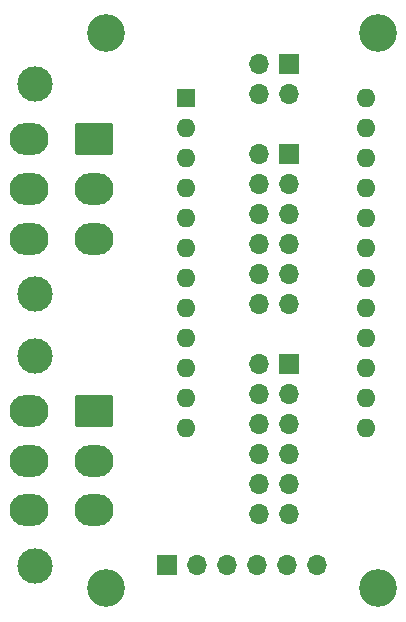
<source format=gbr>
%TF.GenerationSoftware,KiCad,Pcbnew,(6.0.9)*%
%TF.CreationDate,2023-01-09T22:01:26-09:00*%
%TF.ProjectId,ABSIS_ALE,41425349-535f-4414-9c45-2e6b69636164,1*%
%TF.SameCoordinates,Original*%
%TF.FileFunction,Soldermask,Bot*%
%TF.FilePolarity,Negative*%
%FSLAX46Y46*%
G04 Gerber Fmt 4.6, Leading zero omitted, Abs format (unit mm)*
G04 Created by KiCad (PCBNEW (6.0.9)) date 2023-01-09 22:01:26*
%MOMM*%
%LPD*%
G01*
G04 APERTURE LIST*
G04 Aperture macros list*
%AMRoundRect*
0 Rectangle with rounded corners*
0 $1 Rounding radius*
0 $2 $3 $4 $5 $6 $7 $8 $9 X,Y pos of 4 corners*
0 Add a 4 corners polygon primitive as box body*
4,1,4,$2,$3,$4,$5,$6,$7,$8,$9,$2,$3,0*
0 Add four circle primitives for the rounded corners*
1,1,$1+$1,$2,$3*
1,1,$1+$1,$4,$5*
1,1,$1+$1,$6,$7*
1,1,$1+$1,$8,$9*
0 Add four rect primitives between the rounded corners*
20,1,$1+$1,$2,$3,$4,$5,0*
20,1,$1+$1,$4,$5,$6,$7,0*
20,1,$1+$1,$6,$7,$8,$9,0*
20,1,$1+$1,$8,$9,$2,$3,0*%
G04 Aperture macros list end*
%ADD10C,3.200000*%
%ADD11C,3.000000*%
%ADD12RoundRect,0.250001X-1.399999X1.099999X-1.399999X-1.099999X1.399999X-1.099999X1.399999X1.099999X0*%
%ADD13O,3.300000X2.700000*%
%ADD14R,1.600000X1.600000*%
%ADD15O,1.600000X1.600000*%
%ADD16R,1.700000X1.700000*%
%ADD17O,1.700000X1.700000*%
G04 APERTURE END LIST*
D10*
%TO.C,H2*%
X34000000Y49000000D03*
%TD*%
%TO.C,H3*%
X11000000Y2000000D03*
%TD*%
%TO.C,H4*%
X34000000Y2000000D03*
%TD*%
D11*
%TO.C,J1*%
X4960000Y26900000D03*
X4960000Y44700000D03*
D12*
X10000000Y40000000D03*
D13*
X10000000Y35800000D03*
X10000000Y31600000D03*
X4500000Y40000000D03*
X4500000Y35800000D03*
X4500000Y31600000D03*
%TD*%
D11*
%TO.C,J2*%
X4960000Y21700000D03*
X4960000Y3900000D03*
D12*
X10000000Y17000000D03*
D13*
X10000000Y12800000D03*
X10000000Y8600000D03*
X4500000Y17000000D03*
X4500000Y12800000D03*
X4500000Y8600000D03*
%TD*%
D10*
%TO.C,H1*%
X11000000Y49000000D03*
%TD*%
D14*
%TO.C,XU1*%
X17737600Y43486800D03*
D15*
X17737600Y40946800D03*
X17737600Y38406800D03*
X17737600Y35866800D03*
X17737600Y33326800D03*
X17737600Y30786800D03*
X17737600Y28246800D03*
X17737600Y25706800D03*
X17737600Y23166800D03*
X17737600Y20626800D03*
X17737600Y18086800D03*
X17737600Y15546800D03*
X32977600Y15546800D03*
X32977600Y18086800D03*
X32977600Y20626800D03*
X32977600Y23166800D03*
X32977600Y25706800D03*
X32977600Y28246800D03*
X32977600Y30786800D03*
X32977600Y33326800D03*
X32977600Y35866800D03*
X32977600Y38406800D03*
X32977600Y40946800D03*
X32977600Y43486800D03*
%TD*%
D16*
%TO.C,J3*%
X26500000Y38780000D03*
D17*
X23960000Y38780000D03*
X26500000Y36240000D03*
X23960000Y36240000D03*
X26500000Y33700000D03*
X23960000Y33700000D03*
X26500000Y31160000D03*
X23960000Y31160000D03*
X26500000Y28620000D03*
X23960000Y28620000D03*
X26500000Y26080000D03*
X23960000Y26080000D03*
%TD*%
D16*
%TO.C,J5*%
X16200000Y4000000D03*
D17*
X18740000Y4000000D03*
X21280000Y4000000D03*
X23820000Y4000000D03*
X26360000Y4000000D03*
X28900000Y4000000D03*
%TD*%
D16*
%TO.C,J6*%
X26500000Y46400000D03*
D17*
X23960000Y46400000D03*
X26500000Y43860000D03*
X23960000Y43860000D03*
%TD*%
D16*
%TO.C,J4*%
X26500000Y21000000D03*
D17*
X23960000Y21000000D03*
X26500000Y18460000D03*
X23960000Y18460000D03*
X26500000Y15920000D03*
X23960000Y15920000D03*
X26500000Y13380000D03*
X23960000Y13380000D03*
X26500000Y10840000D03*
X23960000Y10840000D03*
X26500000Y8300000D03*
X23960000Y8300000D03*
%TD*%
M02*

</source>
